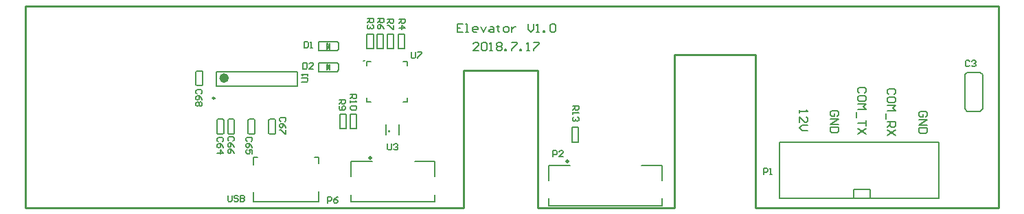
<source format=gto>
%FSLAX25Y25*%
%MOIN*%
G70*
G01*
G75*
%ADD10R,0.03150X0.05906*%
%ADD11R,0.07087X0.07874*%
%ADD12R,0.07087X0.03937*%
%ADD13R,0.02362X0.02362*%
%ADD14R,0.01654X0.05315*%
%ADD15R,0.05512X0.07480*%
%ADD16R,0.01200X0.01800*%
%ADD17R,0.02756X0.03347*%
%ADD18R,0.10236X0.10236*%
%ADD19R,0.01200X0.03400*%
%ADD20R,0.03400X0.01200*%
%ADD21O,0.02362X0.08661*%
%ADD22C,0.08000*%
%ADD23C,0.01500*%
%ADD24C,0.02000*%
%ADD25C,0.01000*%
%ADD26C,0.01200*%
%ADD27C,0.00800*%
%ADD28C,0.04000*%
%ADD29C,0.05000*%
%ADD30R,0.07218X0.03143*%
%ADD31R,0.03500X0.16700*%
%ADD32R,0.14100X0.03143*%
%ADD33R,0.13100X0.05000*%
%ADD34R,0.03800X0.29600*%
%ADD35R,0.05600X0.30100*%
%ADD36R,0.26100X0.04400*%
%ADD37R,0.18600X0.15300*%
%ADD38C,0.19685*%
%ADD39C,0.08661*%
%ADD40C,0.03228*%
%ADD41C,0.03000*%
%ADD42C,0.02000*%
%ADD43C,0.04000*%
%ADD44R,0.05315X0.02559*%
%ADD45R,0.02362X0.02362*%
%ADD46R,0.03347X0.02756*%
%ADD47R,0.05118X0.03937*%
%ADD48R,0.02559X0.05315*%
%ADD49C,0.03000*%
%ADD50R,0.12464X0.03143*%
%ADD51R,0.13939X0.02900*%
%ADD52R,0.02800X0.15100*%
%ADD53C,0.00600*%
%ADD54C,0.02362*%
%ADD55C,0.00984*%
%ADD56C,0.01969*%
%ADD57C,0.00500*%
%ADD58C,0.00787*%
D25*
X164424Y-26700D02*
G03*
X164424Y-26700I-224J0D01*
G01*
X354331Y-98425D02*
X472441D01*
X248700D02*
X314900D01*
X0D02*
Y0D01*
X472441D01*
X0Y-98425D02*
X212598D01*
X472441D02*
Y0D01*
X212598Y-98425D02*
Y-31496D01*
X212500D02*
X248700D01*
Y-98425D02*
Y-31496D01*
X354331Y-98425D02*
Y-23622D01*
X314900D02*
X354331D01*
X314900Y-98425D02*
Y-23622D01*
D27*
X436832Y-54166D02*
X437499Y-53499D01*
Y-52166D01*
X436832Y-51500D01*
X434166D01*
X433500Y-52166D01*
Y-53499D01*
X434166Y-54166D01*
X435499D01*
Y-52833D01*
X433500Y-55499D02*
X437499D01*
X433500Y-58165D01*
X437499D01*
Y-59497D02*
X433500D01*
Y-61497D01*
X434166Y-62163D01*
X436832D01*
X437499Y-61497D01*
Y-59497D01*
X421732Y-43166D02*
X422399Y-42499D01*
Y-41166D01*
X421732Y-40500D01*
X419066D01*
X418400Y-41166D01*
Y-42499D01*
X419066Y-43166D01*
X422399Y-46498D02*
Y-45165D01*
X421732Y-44499D01*
X419066D01*
X418400Y-45165D01*
Y-46498D01*
X419066Y-47164D01*
X421732D01*
X422399Y-46498D01*
X418400Y-48497D02*
X422399D01*
X421066Y-49830D01*
X422399Y-51163D01*
X418400D01*
X417734Y-52496D02*
Y-55162D01*
X418400Y-56495D02*
X422399D01*
Y-58494D01*
X421732Y-59161D01*
X420399D01*
X419733Y-58494D01*
Y-56495D01*
Y-57828D02*
X418400Y-59161D01*
X422399Y-60494D02*
X418400Y-63159D01*
X422399D02*
X418400Y-60494D01*
X407432Y-42466D02*
X408099Y-41799D01*
Y-40466D01*
X407432Y-39800D01*
X404766D01*
X404100Y-40466D01*
Y-41799D01*
X404766Y-42466D01*
X408099Y-45798D02*
Y-44465D01*
X407432Y-43799D01*
X404766D01*
X404100Y-44465D01*
Y-45798D01*
X404766Y-46464D01*
X407432D01*
X408099Y-45798D01*
X404100Y-47797D02*
X408099D01*
X406766Y-49130D01*
X408099Y-50463D01*
X404100D01*
X403434Y-51796D02*
Y-54462D01*
X408099Y-55795D02*
Y-58461D01*
Y-57128D01*
X404100D01*
X408099Y-59794D02*
X404100Y-62459D01*
X408099D02*
X404100Y-59794D01*
X394032Y-53766D02*
X394699Y-53099D01*
Y-51766D01*
X394032Y-51100D01*
X391366D01*
X390700Y-51766D01*
Y-53099D01*
X391366Y-53766D01*
X392699D01*
Y-52433D01*
X390700Y-55099D02*
X394699D01*
X390700Y-57765D01*
X394699D01*
Y-59097D02*
X390700D01*
Y-61097D01*
X391366Y-61763D01*
X394032D01*
X394699Y-61097D01*
Y-59097D01*
X375700Y-50700D02*
Y-52033D01*
Y-51366D01*
X379699D01*
X379032Y-50700D01*
X375700Y-56698D02*
Y-54032D01*
X378366Y-56698D01*
X379032D01*
X379699Y-56032D01*
Y-54699D01*
X379032Y-54032D01*
X379699Y-58031D02*
X377033D01*
X375700Y-59364D01*
X377033Y-60697D01*
X379699D01*
X212166Y-8601D02*
X209500D01*
Y-12600D01*
X212166D01*
X209500Y-10601D02*
X210833D01*
X213499Y-12600D02*
X214832D01*
X214165D01*
Y-8601D01*
X213499D01*
X218830Y-12600D02*
X217497D01*
X216831Y-11934D01*
Y-10601D01*
X217497Y-9934D01*
X218830D01*
X219497Y-10601D01*
Y-11267D01*
X216831D01*
X220830Y-9934D02*
X222163Y-12600D01*
X223496Y-9934D01*
X225495D02*
X226828D01*
X227494Y-10601D01*
Y-12600D01*
X225495D01*
X224828Y-11934D01*
X225495Y-11267D01*
X227494D01*
X229494Y-9268D02*
Y-9934D01*
X228827D01*
X230160D01*
X229494D01*
Y-11934D01*
X230160Y-12600D01*
X232826D02*
X234159D01*
X234825Y-11934D01*
Y-10601D01*
X234159Y-9934D01*
X232826D01*
X232159Y-10601D01*
Y-11934D01*
X232826Y-12600D01*
X236158Y-9934D02*
Y-12600D01*
Y-11267D01*
X236824Y-10601D01*
X237491Y-9934D01*
X238157D01*
X244156Y-8601D02*
Y-11267D01*
X245488Y-12600D01*
X246821Y-11267D01*
Y-8601D01*
X248154Y-12600D02*
X249487D01*
X248821D01*
Y-8601D01*
X248154Y-9268D01*
X251486Y-12600D02*
Y-11934D01*
X252153D01*
Y-12600D01*
X251486D01*
X254819Y-9268D02*
X255485Y-8601D01*
X256818D01*
X257485Y-9268D01*
Y-11934D01*
X256818Y-12600D01*
X255485D01*
X254819Y-11934D01*
Y-9268D01*
X219866Y-21800D02*
X217200D01*
X219866Y-19134D01*
Y-18468D01*
X219199Y-17801D01*
X217866D01*
X217200Y-18468D01*
X221199D02*
X221865Y-17801D01*
X223198D01*
X223865Y-18468D01*
Y-21134D01*
X223198Y-21800D01*
X221865D01*
X221199Y-21134D01*
Y-18468D01*
X225197Y-21800D02*
X226530D01*
X225864D01*
Y-17801D01*
X225197Y-18468D01*
X228530D02*
X229196Y-17801D01*
X230529D01*
X231195Y-18468D01*
Y-19134D01*
X230529Y-19801D01*
X231195Y-20467D01*
Y-21134D01*
X230529Y-21800D01*
X229196D01*
X228530Y-21134D01*
Y-20467D01*
X229196Y-19801D01*
X228530Y-19134D01*
Y-18468D01*
X229196Y-19801D02*
X230529D01*
X232528Y-21800D02*
Y-21134D01*
X233195D01*
Y-21800D01*
X232528D01*
X235861Y-17801D02*
X238527D01*
Y-18468D01*
X235861Y-21134D01*
Y-21800D01*
X239859D02*
Y-21134D01*
X240526D01*
Y-21800D01*
X239859D01*
X243192D02*
X244525D01*
X243858D01*
Y-17801D01*
X243192Y-18468D01*
X246524Y-17801D02*
X249190D01*
Y-18468D01*
X246524Y-21134D01*
Y-21800D01*
D53*
X176925Y-61087D02*
G03*
X176925Y-61087I-400J0D01*
G01*
X174950Y-62662D02*
Y-57900D01*
X181300Y-62662D02*
Y-57900D01*
X165550Y-46650D02*
Y-44616D01*
Y-28984D02*
Y-26950D01*
X183215D02*
X185250D01*
Y-46650D02*
Y-44616D01*
X165550Y-46650D02*
X167585D01*
X165550Y-26950D02*
X167585D01*
X183215Y-46650D02*
X185250D01*
Y-28984D02*
Y-26950D01*
D54*
X97633Y-35106D02*
G03*
X97633Y-35106I-1181J0D01*
G01*
D55*
X91846Y-44949D02*
G03*
X91846Y-44949I-492J0D01*
G01*
D56*
X263060Y-75900D02*
D03*
X167355Y-73968D02*
D03*
D57*
X254005Y-77600D02*
X264241D01*
X254005Y-97285D02*
X309123D01*
X298887Y-77600D02*
X309123D01*
X254005Y-85059D02*
Y-77600D01*
Y-97285D02*
Y-93859D01*
X309123Y-85059D02*
Y-77600D01*
Y-97285D02*
Y-93859D01*
X464631Y-50169D02*
Y-33436D01*
X455969Y-50169D02*
Y-33436D01*
X463450Y-51350D02*
X464631Y-50169D01*
X455969D02*
X457150Y-51350D01*
X455969Y-33436D02*
X457150Y-32255D01*
X463450D02*
X464631Y-33436D01*
X457150Y-51350D02*
X463450D01*
X457150Y-32255D02*
X463450D01*
X402000Y-93400D02*
Y-89502D01*
X410000D01*
Y-93400D02*
Y-89502D01*
X365995Y-93679D02*
X443200D01*
Y-66514D01*
X365995Y-93300D02*
Y-66605D01*
X366086Y-66514D01*
X443200D01*
X265200Y-66312D02*
Y-59225D01*
X268350Y-66312D02*
Y-59225D01*
X265200D02*
X268350D01*
X265200Y-66312D02*
X268350D01*
X93025Y-61918D02*
X93419Y-62312D01*
Y-62312D02*
Y-62312D01*
X95781D02*
X96175Y-61918D01*
X95781Y-62312D02*
Y-62312D01*
X93025Y-55619D02*
X93419Y-55225D01*
Y-55225D01*
X95781D02*
X96175Y-55619D01*
X95781Y-55225D02*
X95781D01*
X96175Y-61918D02*
Y-55619D01*
X93419Y-62312D02*
X95781D01*
X93025Y-61918D02*
Y-55619D01*
X93419Y-55225D02*
X95781D01*
X93025Y-61918D02*
X93025D01*
X98225D02*
X98619Y-62312D01*
Y-62312D02*
Y-62312D01*
X100981D02*
X101375Y-61918D01*
X100981Y-62312D02*
Y-62312D01*
X98225Y-55619D02*
X98619Y-55225D01*
Y-55225D01*
X100981D02*
X101375Y-55619D01*
X100981Y-55225D02*
X100981D01*
X101375Y-61918D02*
Y-55619D01*
X98619Y-62312D02*
X100981D01*
X98225Y-61918D02*
Y-55619D01*
X98619Y-55225D02*
X100981D01*
X98225Y-61918D02*
X98225D01*
X110800Y-95354D02*
X142348D01*
Y-76700D02*
Y-73700D01*
X140380D02*
X142348D01*
X110800D02*
X112800D01*
X110800Y-77300D02*
Y-73700D01*
Y-95354D02*
Y-90800D01*
X142348Y-95354D02*
Y-90400D01*
X108125Y-61918D02*
X108519Y-62312D01*
Y-62312D02*
Y-62312D01*
X110881D02*
X111275Y-61918D01*
X110881Y-62312D02*
Y-62312D01*
X108125Y-55619D02*
X108519Y-55225D01*
Y-55225D01*
X110881D02*
X111275Y-55619D01*
X110881Y-55225D02*
X110881D01*
X111275Y-61918D02*
Y-55619D01*
X108519Y-62312D02*
X110881D01*
X108125Y-61918D02*
Y-55619D01*
X108519Y-55225D02*
X110881D01*
X108125Y-61918D02*
X108125D01*
X118125D02*
X118519Y-62312D01*
Y-62312D02*
Y-62312D01*
X120881D02*
X121275Y-61918D01*
X120881Y-62312D02*
Y-62312D01*
X118125Y-55619D02*
X118519Y-55225D01*
Y-55225D01*
X120881D02*
X121275Y-55619D01*
X120881Y-55225D02*
X120881D01*
X121275Y-61918D02*
Y-55619D01*
X118519Y-62312D02*
X120881D01*
X118125Y-61918D02*
Y-55619D01*
X118519Y-55225D02*
X120881D01*
X118125Y-61918D02*
X118125D01*
X152525Y-59875D02*
Y-52788D01*
X155675Y-59875D02*
Y-52788D01*
X152525D02*
X155675D01*
X152525Y-59875D02*
X155675D01*
X157625D02*
Y-52788D01*
X160775Y-59875D02*
Y-52788D01*
X157625D02*
X160775D01*
X157625Y-59875D02*
X160775D01*
X198600Y-95354D02*
Y-91928D01*
X158005Y-95354D02*
Y-91928D01*
Y-83128D02*
Y-75669D01*
Y-95354D02*
X198600D01*
X158005Y-75669D02*
X168241D01*
X188865D02*
X198700D01*
Y-83128D02*
Y-75669D01*
X142287Y-31943D02*
Y-27613D01*
Y-31943D02*
X151342D01*
X152129Y-31156D02*
Y-28400D01*
X142287Y-27613D02*
X151342D01*
X151342Y-31943D02*
X152129Y-31156D01*
X147700Y-31156D02*
Y-28400D01*
X146322Y-31156D02*
Y-28400D01*
X147700Y-29778D01*
X146322Y-31156D02*
X147700Y-29778D01*
X146322D02*
X147700D01*
X151342Y-27613D02*
X152129Y-28400D01*
X142253Y-21769D02*
Y-17439D01*
Y-21769D02*
X151309D01*
X152096Y-20982D02*
Y-18226D01*
X142253Y-17439D02*
X151309D01*
X151309Y-21769D02*
X152096Y-20982D01*
X147667Y-20982D02*
Y-18226D01*
X146289Y-20982D02*
Y-18226D01*
X147667Y-19604D01*
X146289Y-20982D02*
X147667Y-19604D01*
X146289D02*
X147667D01*
X151309Y-17439D02*
X152096Y-18226D01*
X168975Y-20875D02*
Y-13788D01*
X165825Y-20875D02*
Y-13788D01*
Y-20875D02*
X168975D01*
X165825Y-13788D02*
X168975D01*
X173775Y-20875D02*
Y-13788D01*
X170625Y-20875D02*
Y-13788D01*
Y-20875D02*
X173775D01*
X170625Y-13788D02*
X173775D01*
X178775Y-20875D02*
Y-13788D01*
X175625Y-20875D02*
Y-13788D01*
Y-20875D02*
X178775D01*
X175625Y-13788D02*
X178775D01*
X184075Y-20875D02*
Y-13788D01*
X180925Y-20875D02*
Y-13788D01*
Y-20875D02*
X184075D01*
X180925Y-13788D02*
X184075D01*
X85581Y-31788D02*
X85975Y-32182D01*
X85581Y-31788D02*
Y-31788D01*
X82825Y-32182D02*
X83219Y-31788D01*
Y-31788D01*
X85581Y-38875D02*
X85975Y-38481D01*
X85581Y-38875D02*
Y-38875D01*
X82825Y-38481D02*
X83219Y-38875D01*
X83219D01*
X82825Y-38481D02*
Y-32182D01*
X83219Y-31788D02*
X85581D01*
X85975Y-38481D02*
Y-32182D01*
X83219Y-38875D02*
X85581D01*
X85975Y-32182D02*
X85975D01*
X98200Y-92401D02*
Y-94900D01*
X98700Y-95400D01*
X99699D01*
X100199Y-94900D01*
Y-92401D01*
X103198Y-92901D02*
X102699Y-92401D01*
X101699D01*
X101199Y-92901D01*
Y-93401D01*
X101699Y-93901D01*
X102699D01*
X103198Y-94400D01*
Y-94900D01*
X102699Y-95400D01*
X101699D01*
X101199Y-94900D01*
X104198Y-92401D02*
Y-95400D01*
X105698D01*
X106197Y-94900D01*
Y-94400D01*
X105698Y-93901D01*
X104198D01*
X105698D01*
X106197Y-93401D01*
Y-92901D01*
X105698Y-92401D01*
X104198D01*
X187200Y-22501D02*
Y-25000D01*
X187700Y-25500D01*
X188699D01*
X189199Y-25000D01*
Y-22501D01*
X190199D02*
X192198D01*
Y-23001D01*
X190199Y-25000D01*
Y-25500D01*
X175700Y-67101D02*
Y-69600D01*
X176200Y-70100D01*
X177199D01*
X177699Y-69600D01*
Y-67101D01*
X178699Y-67601D02*
X179199Y-67101D01*
X180199D01*
X180698Y-67601D01*
Y-68101D01*
X180199Y-68600D01*
X179699D01*
X180199D01*
X180698Y-69100D01*
Y-69600D01*
X180199Y-70100D01*
X179199D01*
X178699Y-69600D01*
X134101Y-37000D02*
X136600D01*
X137100Y-36500D01*
Y-35500D01*
X136600Y-35001D01*
X134101D01*
X137100Y-34001D02*
Y-33001D01*
Y-33501D01*
X134101D01*
X134601Y-34001D01*
X265575Y-48600D02*
X268574D01*
Y-50099D01*
X268074Y-50599D01*
X267074D01*
X266575Y-50099D01*
Y-48600D01*
Y-49600D02*
X265575Y-50599D01*
Y-51599D02*
Y-52599D01*
Y-52099D01*
X268574D01*
X268074Y-51599D01*
Y-54098D02*
X268574Y-54598D01*
Y-55598D01*
X268074Y-56098D01*
X267574D01*
X267074Y-55598D01*
Y-55098D01*
Y-55598D01*
X266575Y-56098D01*
X266075D01*
X265575Y-55598D01*
Y-54598D01*
X266075Y-54098D01*
X157700Y-43200D02*
X160699D01*
Y-44699D01*
X160199Y-45199D01*
X159200D01*
X158700Y-44699D01*
Y-43200D01*
Y-44200D02*
X157700Y-45199D01*
Y-46199D02*
Y-47199D01*
Y-46699D01*
X160699D01*
X160199Y-46199D01*
Y-48698D02*
X160699Y-49198D01*
Y-50198D01*
X160199Y-50698D01*
X158200D01*
X157700Y-50198D01*
Y-49198D01*
X158200Y-48698D01*
X160199D01*
X152300Y-45600D02*
X155299D01*
Y-47100D01*
X154799Y-47599D01*
X153799D01*
X153300Y-47100D01*
Y-45600D01*
Y-46600D02*
X152300Y-47599D01*
X152800Y-48599D02*
X152300Y-49099D01*
Y-50099D01*
X152800Y-50598D01*
X154799D01*
X155299Y-50099D01*
Y-49099D01*
X154799Y-48599D01*
X154299D01*
X153799Y-49099D01*
Y-50598D01*
X175700Y-6300D02*
X178699D01*
Y-7800D01*
X178199Y-8299D01*
X177199D01*
X176700Y-7800D01*
Y-6300D01*
Y-7300D02*
X175700Y-8299D01*
X178699Y-9299D02*
Y-11298D01*
X178199D01*
X176200Y-9299D01*
X175700D01*
X170900Y-6100D02*
X173899D01*
Y-7599D01*
X173399Y-8099D01*
X172399D01*
X171900Y-7599D01*
Y-6100D01*
Y-7100D02*
X170900Y-8099D01*
X173899Y-11098D02*
X173399Y-10099D01*
X172399Y-9099D01*
X171400D01*
X170900Y-9599D01*
Y-10599D01*
X171400Y-11098D01*
X171900D01*
X172399Y-10599D01*
Y-9099D01*
X181300Y-6400D02*
X184299D01*
Y-7899D01*
X183799Y-8399D01*
X182799D01*
X182300Y-7899D01*
Y-6400D01*
Y-7400D02*
X181300Y-8399D01*
Y-10899D02*
X184299D01*
X182799Y-9399D01*
Y-11398D01*
X165900Y-6200D02*
X168899D01*
Y-7700D01*
X168399Y-8199D01*
X167400D01*
X166900Y-7700D01*
Y-6200D01*
Y-7200D02*
X165900Y-8199D01*
X168399Y-9199D02*
X168899Y-9699D01*
Y-10699D01*
X168399Y-11198D01*
X167899D01*
X167400Y-10699D01*
Y-10199D01*
Y-10699D01*
X166900Y-11198D01*
X166400D01*
X165900Y-10699D01*
Y-9699D01*
X166400Y-9199D01*
X146600Y-96000D02*
Y-93001D01*
X148100D01*
X148599Y-93501D01*
Y-94500D01*
X148100Y-95000D01*
X146600D01*
X151598Y-93001D02*
X150599Y-93501D01*
X149599Y-94500D01*
Y-95500D01*
X150099Y-96000D01*
X151099D01*
X151598Y-95500D01*
Y-95000D01*
X151099Y-94500D01*
X149599D01*
X256000Y-73500D02*
Y-70501D01*
X257500D01*
X257999Y-71001D01*
Y-72000D01*
X257500Y-72500D01*
X256000D01*
X260998Y-73500D02*
X258999D01*
X260998Y-71501D01*
Y-71001D01*
X260498Y-70501D01*
X259499D01*
X258999Y-71001D01*
X358200Y-82000D02*
Y-79001D01*
X359700D01*
X360199Y-79501D01*
Y-80501D01*
X359700Y-81000D01*
X358200D01*
X361199Y-82000D02*
X362199D01*
X361699D01*
Y-79001D01*
X361199Y-79501D01*
X134700Y-27701D02*
Y-30700D01*
X136199D01*
X136699Y-30200D01*
Y-28201D01*
X136199Y-27701D01*
X134700D01*
X139698Y-30700D02*
X137699D01*
X139698Y-28701D01*
Y-28201D01*
X139199Y-27701D01*
X138199D01*
X137699Y-28201D01*
X135200Y-17301D02*
Y-20300D01*
X136699D01*
X137199Y-19800D01*
Y-17801D01*
X136699Y-17301D01*
X135200D01*
X138199Y-20300D02*
X139199D01*
X138699D01*
Y-17301D01*
X138199Y-17801D01*
X85299Y-42799D02*
X85799Y-42300D01*
Y-41300D01*
X85299Y-40800D01*
X83300D01*
X82800Y-41300D01*
Y-42300D01*
X83300Y-42799D01*
X85799Y-45798D02*
X85299Y-44799D01*
X84299Y-43799D01*
X83300D01*
X82800Y-44299D01*
Y-45299D01*
X83300Y-45798D01*
X83800D01*
X84299Y-45299D01*
Y-43799D01*
X85299Y-46798D02*
X85799Y-47298D01*
Y-48298D01*
X85299Y-48797D01*
X84799D01*
X84299Y-48298D01*
X83800Y-48797D01*
X83300D01*
X82800Y-48298D01*
Y-47298D01*
X83300Y-46798D01*
X83800D01*
X84299Y-47298D01*
X84799Y-46798D01*
X85299D01*
X84299Y-47298D02*
Y-48298D01*
X125899Y-56399D02*
X126399Y-55900D01*
Y-54900D01*
X125899Y-54400D01*
X123900D01*
X123400Y-54900D01*
Y-55900D01*
X123900Y-56399D01*
X126399Y-59398D02*
X125899Y-58399D01*
X124899Y-57399D01*
X123900D01*
X123400Y-57899D01*
Y-58899D01*
X123900Y-59398D01*
X124400D01*
X124899Y-58899D01*
Y-57399D01*
X126399Y-60398D02*
Y-62397D01*
X125899D01*
X123900Y-60398D01*
X123400D01*
X100799Y-65899D02*
X101299Y-65399D01*
Y-64400D01*
X100799Y-63900D01*
X98800D01*
X98300Y-64400D01*
Y-65399D01*
X98800Y-65899D01*
X101299Y-68898D02*
X100799Y-67899D01*
X99800Y-66899D01*
X98800D01*
X98300Y-67399D01*
Y-68399D01*
X98800Y-68898D01*
X99300D01*
X99800Y-68399D01*
Y-66899D01*
X101299Y-71897D02*
X100799Y-70898D01*
X99800Y-69898D01*
X98800D01*
X98300Y-70398D01*
Y-71398D01*
X98800Y-71897D01*
X99300D01*
X99800Y-71398D01*
Y-69898D01*
X109499Y-65999D02*
X109999Y-65500D01*
Y-64500D01*
X109499Y-64000D01*
X107500D01*
X107000Y-64500D01*
Y-65500D01*
X107500Y-65999D01*
X109999Y-68998D02*
X109499Y-67999D01*
X108500Y-66999D01*
X107500D01*
X107000Y-67499D01*
Y-68499D01*
X107500Y-68998D01*
X108000D01*
X108500Y-68499D01*
Y-66999D01*
X109999Y-71997D02*
Y-69998D01*
X108500D01*
X108999Y-70998D01*
Y-71498D01*
X108500Y-71997D01*
X107500D01*
X107000Y-71498D01*
Y-70498D01*
X107500Y-69998D01*
X95499Y-66199D02*
X95999Y-65699D01*
Y-64700D01*
X95499Y-64200D01*
X93500D01*
X93000Y-64700D01*
Y-65699D01*
X93500Y-66199D01*
X95999Y-69198D02*
X95499Y-68199D01*
X94499Y-67199D01*
X93500D01*
X93000Y-67699D01*
Y-68699D01*
X93500Y-69198D01*
X94000D01*
X94499Y-68699D01*
Y-67199D01*
X93000Y-71698D02*
X95999D01*
X94499Y-70198D01*
Y-72197D01*
X458199Y-27001D02*
X457699Y-26501D01*
X456700D01*
X456200Y-27001D01*
Y-29000D01*
X456700Y-29500D01*
X457699D01*
X458199Y-29000D01*
X459199Y-27001D02*
X459699Y-26501D01*
X460699D01*
X461198Y-27001D01*
Y-27501D01*
X460699Y-28001D01*
X460199D01*
X460699D01*
X461198Y-28500D01*
Y-29000D01*
X460699Y-29500D01*
X459699D01*
X459199Y-29000D01*
D58*
X131885Y-39043D02*
Y-31957D01*
X92515Y-39043D02*
Y-31957D01*
X131885D01*
X92515Y-39043D02*
X131885D01*
M02*

</source>
